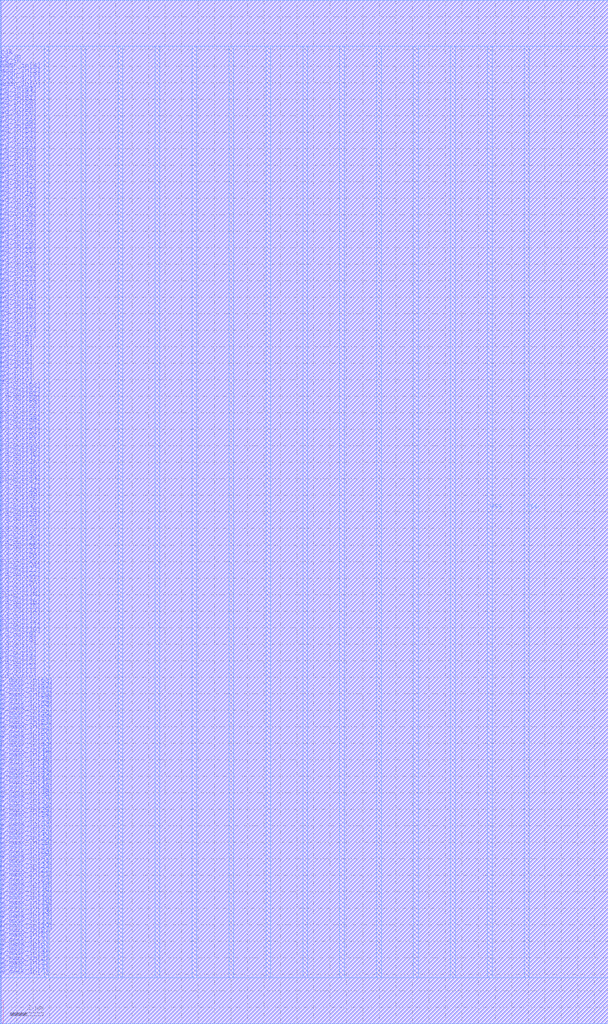
<source format=lef>
VERSION 5.7 ;
BUSBITCHARS "[]" ;
MACRO fakeram45_32x64
  FOREIGN fakeram45_32x64 0 0 ;
  SYMMETRY X Y R90 ;
  SIZE 0.19 BY 1.4 ;
  CLASS BLOCK ;
  PIN w_mask_in[0]
    DIRECTION INPUT ;
    USE SIGNAL ;
    SHAPE ABUTMENT ;
    PORT
      LAYER metal3 ;
      RECT 0.000 2.800 0.070 2.870 ;
    END
  END w_mask_in[0]
  PIN w_mask_in[1]
    DIRECTION INPUT ;
    USE SIGNAL ;
    SHAPE ABUTMENT ;
    PORT
      LAYER metal3 ;
      RECT 0.000 3.080 0.070 3.150 ;
    END
  END w_mask_in[1]
  PIN w_mask_in[2]
    DIRECTION INPUT ;
    USE SIGNAL ;
    SHAPE ABUTMENT ;
    PORT
      LAYER metal3 ;
      RECT 0.000 3.360 0.070 3.430 ;
    END
  END w_mask_in[2]
  PIN w_mask_in[3]
    DIRECTION INPUT ;
    USE SIGNAL ;
    SHAPE ABUTMENT ;
    PORT
      LAYER metal3 ;
      RECT 0.000 3.640 0.070 3.710 ;
    END
  END w_mask_in[3]
  PIN w_mask_in[4]
    DIRECTION INPUT ;
    USE SIGNAL ;
    SHAPE ABUTMENT ;
    PORT
      LAYER metal3 ;
      RECT 0.000 3.920 0.070 3.990 ;
    END
  END w_mask_in[4]
  PIN w_mask_in[5]
    DIRECTION INPUT ;
    USE SIGNAL ;
    SHAPE ABUTMENT ;
    PORT
      LAYER metal3 ;
      RECT 0.000 4.200 0.070 4.270 ;
    END
  END w_mask_in[5]
  PIN w_mask_in[6]
    DIRECTION INPUT ;
    USE SIGNAL ;
    SHAPE ABUTMENT ;
    PORT
      LAYER metal3 ;
      RECT 0.000 4.480 0.070 4.550 ;
    END
  END w_mask_in[6]
  PIN w_mask_in[7]
    DIRECTION INPUT ;
    USE SIGNAL ;
    SHAPE ABUTMENT ;
    PORT
      LAYER metal3 ;
      RECT 0.000 4.760 0.070 4.830 ;
    END
  END w_mask_in[7]
  PIN w_mask_in[8]
    DIRECTION INPUT ;
    USE SIGNAL ;
    SHAPE ABUTMENT ;
    PORT
      LAYER metal3 ;
      RECT 0.000 5.040 0.070 5.110 ;
    END
  END w_mask_in[8]
  PIN w_mask_in[9]
    DIRECTION INPUT ;
    USE SIGNAL ;
    SHAPE ABUTMENT ;
    PORT
      LAYER metal3 ;
      RECT 0.000 5.320 0.070 5.390 ;
    END
  END w_mask_in[9]
  PIN w_mask_in[10]
    DIRECTION INPUT ;
    USE SIGNAL ;
    SHAPE ABUTMENT ;
    PORT
      LAYER metal3 ;
      RECT 0.000 5.600 0.070 5.670 ;
    END
  END w_mask_in[10]
  PIN w_mask_in[11]
    DIRECTION INPUT ;
    USE SIGNAL ;
    SHAPE ABUTMENT ;
    PORT
      LAYER metal3 ;
      RECT 0.000 5.880 0.070 5.950 ;
    END
  END w_mask_in[11]
  PIN w_mask_in[12]
    DIRECTION INPUT ;
    USE SIGNAL ;
    SHAPE ABUTMENT ;
    PORT
      LAYER metal3 ;
      RECT 0.000 6.160 0.070 6.230 ;
    END
  END w_mask_in[12]
  PIN w_mask_in[13]
    DIRECTION INPUT ;
    USE SIGNAL ;
    SHAPE ABUTMENT ;
    PORT
      LAYER metal3 ;
      RECT 0.000 6.440 0.070 6.510 ;
    END
  END w_mask_in[13]
  PIN w_mask_in[14]
    DIRECTION INPUT ;
    USE SIGNAL ;
    SHAPE ABUTMENT ;
    PORT
      LAYER metal3 ;
      RECT 0.000 6.720 0.070 6.790 ;
    END
  END w_mask_in[14]
  PIN w_mask_in[15]
    DIRECTION INPUT ;
    USE SIGNAL ;
    SHAPE ABUTMENT ;
    PORT
      LAYER metal3 ;
      RECT 0.000 7.000 0.070 7.070 ;
    END
  END w_mask_in[15]
  PIN w_mask_in[16]
    DIRECTION INPUT ;
    USE SIGNAL ;
    SHAPE ABUTMENT ;
    PORT
      LAYER metal3 ;
      RECT 0.000 7.280 0.070 7.350 ;
    END
  END w_mask_in[16]
  PIN w_mask_in[17]
    DIRECTION INPUT ;
    USE SIGNAL ;
    SHAPE ABUTMENT ;
    PORT
      LAYER metal3 ;
      RECT 0.000 7.560 0.070 7.630 ;
    END
  END w_mask_in[17]
  PIN w_mask_in[18]
    DIRECTION INPUT ;
    USE SIGNAL ;
    SHAPE ABUTMENT ;
    PORT
      LAYER metal3 ;
      RECT 0.000 7.840 0.070 7.910 ;
    END
  END w_mask_in[18]
  PIN w_mask_in[19]
    DIRECTION INPUT ;
    USE SIGNAL ;
    SHAPE ABUTMENT ;
    PORT
      LAYER metal3 ;
      RECT 0.000 8.120 0.070 8.190 ;
    END
  END w_mask_in[19]
  PIN w_mask_in[20]
    DIRECTION INPUT ;
    USE SIGNAL ;
    SHAPE ABUTMENT ;
    PORT
      LAYER metal3 ;
      RECT 0.000 8.400 0.070 8.470 ;
    END
  END w_mask_in[20]
  PIN w_mask_in[21]
    DIRECTION INPUT ;
    USE SIGNAL ;
    SHAPE ABUTMENT ;
    PORT
      LAYER metal3 ;
      RECT 0.000 8.680 0.070 8.750 ;
    END
  END w_mask_in[21]
  PIN w_mask_in[22]
    DIRECTION INPUT ;
    USE SIGNAL ;
    SHAPE ABUTMENT ;
    PORT
      LAYER metal3 ;
      RECT 0.000 8.960 0.070 9.030 ;
    END
  END w_mask_in[22]
  PIN w_mask_in[23]
    DIRECTION INPUT ;
    USE SIGNAL ;
    SHAPE ABUTMENT ;
    PORT
      LAYER metal3 ;
      RECT 0.000 9.240 0.070 9.310 ;
    END
  END w_mask_in[23]
  PIN w_mask_in[24]
    DIRECTION INPUT ;
    USE SIGNAL ;
    SHAPE ABUTMENT ;
    PORT
      LAYER metal3 ;
      RECT 0.000 9.520 0.070 9.590 ;
    END
  END w_mask_in[24]
  PIN w_mask_in[25]
    DIRECTION INPUT ;
    USE SIGNAL ;
    SHAPE ABUTMENT ;
    PORT
      LAYER metal3 ;
      RECT 0.000 9.800 0.070 9.870 ;
    END
  END w_mask_in[25]
  PIN w_mask_in[26]
    DIRECTION INPUT ;
    USE SIGNAL ;
    SHAPE ABUTMENT ;
    PORT
      LAYER metal3 ;
      RECT 0.000 10.080 0.070 10.150 ;
    END
  END w_mask_in[26]
  PIN w_mask_in[27]
    DIRECTION INPUT ;
    USE SIGNAL ;
    SHAPE ABUTMENT ;
    PORT
      LAYER metal3 ;
      RECT 0.000 10.360 0.070 10.430 ;
    END
  END w_mask_in[27]
  PIN w_mask_in[28]
    DIRECTION INPUT ;
    USE SIGNAL ;
    SHAPE ABUTMENT ;
    PORT
      LAYER metal3 ;
      RECT 0.000 10.640 0.070 10.710 ;
    END
  END w_mask_in[28]
  PIN w_mask_in[29]
    DIRECTION INPUT ;
    USE SIGNAL ;
    SHAPE ABUTMENT ;
    PORT
      LAYER metal3 ;
      RECT 0.000 10.920 0.070 10.990 ;
    END
  END w_mask_in[29]
  PIN w_mask_in[30]
    DIRECTION INPUT ;
    USE SIGNAL ;
    SHAPE ABUTMENT ;
    PORT
      LAYER metal3 ;
      RECT 0.000 11.200 0.070 11.270 ;
    END
  END w_mask_in[30]
  PIN w_mask_in[31]
    DIRECTION INPUT ;
    USE SIGNAL ;
    SHAPE ABUTMENT ;
    PORT
      LAYER metal3 ;
      RECT 0.000 11.480 0.070 11.550 ;
    END
  END w_mask_in[31]
  PIN w_mask_in[32]
    DIRECTION INPUT ;
    USE SIGNAL ;
    SHAPE ABUTMENT ;
    PORT
      LAYER metal3 ;
      RECT 0.000 11.760 0.070 11.830 ;
    END
  END w_mask_in[32]
  PIN w_mask_in[33]
    DIRECTION INPUT ;
    USE SIGNAL ;
    SHAPE ABUTMENT ;
    PORT
      LAYER metal3 ;
      RECT 0.000 12.040 0.070 12.110 ;
    END
  END w_mask_in[33]
  PIN w_mask_in[34]
    DIRECTION INPUT ;
    USE SIGNAL ;
    SHAPE ABUTMENT ;
    PORT
      LAYER metal3 ;
      RECT 0.000 12.320 0.070 12.390 ;
    END
  END w_mask_in[34]
  PIN w_mask_in[35]
    DIRECTION INPUT ;
    USE SIGNAL ;
    SHAPE ABUTMENT ;
    PORT
      LAYER metal3 ;
      RECT 0.000 12.600 0.070 12.670 ;
    END
  END w_mask_in[35]
  PIN w_mask_in[36]
    DIRECTION INPUT ;
    USE SIGNAL ;
    SHAPE ABUTMENT ;
    PORT
      LAYER metal3 ;
      RECT 0.000 12.880 0.070 12.950 ;
    END
  END w_mask_in[36]
  PIN w_mask_in[37]
    DIRECTION INPUT ;
    USE SIGNAL ;
    SHAPE ABUTMENT ;
    PORT
      LAYER metal3 ;
      RECT 0.000 13.160 0.070 13.230 ;
    END
  END w_mask_in[37]
  PIN w_mask_in[38]
    DIRECTION INPUT ;
    USE SIGNAL ;
    SHAPE ABUTMENT ;
    PORT
      LAYER metal3 ;
      RECT 0.000 13.440 0.070 13.510 ;
    END
  END w_mask_in[38]
  PIN w_mask_in[39]
    DIRECTION INPUT ;
    USE SIGNAL ;
    SHAPE ABUTMENT ;
    PORT
      LAYER metal3 ;
      RECT 0.000 13.720 0.070 13.790 ;
    END
  END w_mask_in[39]
  PIN w_mask_in[40]
    DIRECTION INPUT ;
    USE SIGNAL ;
    SHAPE ABUTMENT ;
    PORT
      LAYER metal3 ;
      RECT 0.000 14.000 0.070 14.070 ;
    END
  END w_mask_in[40]
  PIN w_mask_in[41]
    DIRECTION INPUT ;
    USE SIGNAL ;
    SHAPE ABUTMENT ;
    PORT
      LAYER metal3 ;
      RECT 0.000 14.280 0.070 14.350 ;
    END
  END w_mask_in[41]
  PIN w_mask_in[42]
    DIRECTION INPUT ;
    USE SIGNAL ;
    SHAPE ABUTMENT ;
    PORT
      LAYER metal3 ;
      RECT 0.000 14.560 0.070 14.630 ;
    END
  END w_mask_in[42]
  PIN w_mask_in[43]
    DIRECTION INPUT ;
    USE SIGNAL ;
    SHAPE ABUTMENT ;
    PORT
      LAYER metal3 ;
      RECT 0.000 14.840 0.070 14.910 ;
    END
  END w_mask_in[43]
  PIN w_mask_in[44]
    DIRECTION INPUT ;
    USE SIGNAL ;
    SHAPE ABUTMENT ;
    PORT
      LAYER metal3 ;
      RECT 0.000 15.120 0.070 15.190 ;
    END
  END w_mask_in[44]
  PIN w_mask_in[45]
    DIRECTION INPUT ;
    USE SIGNAL ;
    SHAPE ABUTMENT ;
    PORT
      LAYER metal3 ;
      RECT 0.000 15.400 0.070 15.470 ;
    END
  END w_mask_in[45]
  PIN w_mask_in[46]
    DIRECTION INPUT ;
    USE SIGNAL ;
    SHAPE ABUTMENT ;
    PORT
      LAYER metal3 ;
      RECT 0.000 15.680 0.070 15.750 ;
    END
  END w_mask_in[46]
  PIN w_mask_in[47]
    DIRECTION INPUT ;
    USE SIGNAL ;
    SHAPE ABUTMENT ;
    PORT
      LAYER metal3 ;
      RECT 0.000 15.960 0.070 16.030 ;
    END
  END w_mask_in[47]
  PIN w_mask_in[48]
    DIRECTION INPUT ;
    USE SIGNAL ;
    SHAPE ABUTMENT ;
    PORT
      LAYER metal3 ;
      RECT 0.000 16.240 0.070 16.310 ;
    END
  END w_mask_in[48]
  PIN w_mask_in[49]
    DIRECTION INPUT ;
    USE SIGNAL ;
    SHAPE ABUTMENT ;
    PORT
      LAYER metal3 ;
      RECT 0.000 16.520 0.070 16.590 ;
    END
  END w_mask_in[49]
  PIN w_mask_in[50]
    DIRECTION INPUT ;
    USE SIGNAL ;
    SHAPE ABUTMENT ;
    PORT
      LAYER metal3 ;
      RECT 0.000 16.800 0.070 16.870 ;
    END
  END w_mask_in[50]
  PIN w_mask_in[51]
    DIRECTION INPUT ;
    USE SIGNAL ;
    SHAPE ABUTMENT ;
    PORT
      LAYER metal3 ;
      RECT 0.000 17.080 0.070 17.150 ;
    END
  END w_mask_in[51]
  PIN w_mask_in[52]
    DIRECTION INPUT ;
    USE SIGNAL ;
    SHAPE ABUTMENT ;
    PORT
      LAYER metal3 ;
      RECT 0.000 17.360 0.070 17.430 ;
    END
  END w_mask_in[52]
  PIN w_mask_in[53]
    DIRECTION INPUT ;
    USE SIGNAL ;
    SHAPE ABUTMENT ;
    PORT
      LAYER metal3 ;
      RECT 0.000 17.640 0.070 17.710 ;
    END
  END w_mask_in[53]
  PIN w_mask_in[54]
    DIRECTION INPUT ;
    USE SIGNAL ;
    SHAPE ABUTMENT ;
    PORT
      LAYER metal3 ;
      RECT 0.000 17.920 0.070 17.990 ;
    END
  END w_mask_in[54]
  PIN w_mask_in[55]
    DIRECTION INPUT ;
    USE SIGNAL ;
    SHAPE ABUTMENT ;
    PORT
      LAYER metal3 ;
      RECT 0.000 18.200 0.070 18.270 ;
    END
  END w_mask_in[55]
  PIN w_mask_in[56]
    DIRECTION INPUT ;
    USE SIGNAL ;
    SHAPE ABUTMENT ;
    PORT
      LAYER metal3 ;
      RECT 0.000 18.480 0.070 18.550 ;
    END
  END w_mask_in[56]
  PIN w_mask_in[57]
    DIRECTION INPUT ;
    USE SIGNAL ;
    SHAPE ABUTMENT ;
    PORT
      LAYER metal3 ;
      RECT 0.000 18.760 0.070 18.830 ;
    END
  END w_mask_in[57]
  PIN w_mask_in[58]
    DIRECTION INPUT ;
    USE SIGNAL ;
    SHAPE ABUTMENT ;
    PORT
      LAYER metal3 ;
      RECT 0.000 19.040 0.070 19.110 ;
    END
  END w_mask_in[58]
  PIN w_mask_in[59]
    DIRECTION INPUT ;
    USE SIGNAL ;
    SHAPE ABUTMENT ;
    PORT
      LAYER metal3 ;
      RECT 0.000 19.320 0.070 19.390 ;
    END
  END w_mask_in[59]
  PIN w_mask_in[60]
    DIRECTION INPUT ;
    USE SIGNAL ;
    SHAPE ABUTMENT ;
    PORT
      LAYER metal3 ;
      RECT 0.000 19.600 0.070 19.670 ;
    END
  END w_mask_in[60]
  PIN w_mask_in[61]
    DIRECTION INPUT ;
    USE SIGNAL ;
    SHAPE ABUTMENT ;
    PORT
      LAYER metal3 ;
      RECT 0.000 19.880 0.070 19.950 ;
    END
  END w_mask_in[61]
  PIN w_mask_in[62]
    DIRECTION INPUT ;
    USE SIGNAL ;
    SHAPE ABUTMENT ;
    PORT
      LAYER metal3 ;
      RECT 0.000 20.160 0.070 20.230 ;
    END
  END w_mask_in[62]
  PIN w_mask_in[63]
    DIRECTION INPUT ;
    USE SIGNAL ;
    SHAPE ABUTMENT ;
    PORT
      LAYER metal3 ;
      RECT 0.000 20.440 0.070 20.510 ;
    END
  END w_mask_in[63]
  PIN rd_out[0]
    DIRECTION OUTPUT ;
    USE SIGNAL ;
    SHAPE ABUTMENT ;
    PORT
      LAYER metal3 ;
      RECT 0.000 20.720 0.070 20.790 ;
    END
  END rd_out[0]
  PIN rd_out[1]
    DIRECTION OUTPUT ;
    USE SIGNAL ;
    SHAPE ABUTMENT ;
    PORT
      LAYER metal3 ;
      RECT 0.000 21.000 0.070 21.070 ;
    END
  END rd_out[1]
  PIN rd_out[2]
    DIRECTION OUTPUT ;
    USE SIGNAL ;
    SHAPE ABUTMENT ;
    PORT
      LAYER metal3 ;
      RECT 0.000 21.280 0.070 21.350 ;
    END
  END rd_out[2]
  PIN rd_out[3]
    DIRECTION OUTPUT ;
    USE SIGNAL ;
    SHAPE ABUTMENT ;
    PORT
      LAYER metal3 ;
      RECT 0.000 21.560 0.070 21.630 ;
    END
  END rd_out[3]
  PIN rd_out[4]
    DIRECTION OUTPUT ;
    USE SIGNAL ;
    SHAPE ABUTMENT ;
    PORT
      LAYER metal3 ;
      RECT 0.000 21.840 0.070 21.910 ;
    END
  END rd_out[4]
  PIN rd_out[5]
    DIRECTION OUTPUT ;
    USE SIGNAL ;
    SHAPE ABUTMENT ;
    PORT
      LAYER metal3 ;
      RECT 0.000 22.120 0.070 22.190 ;
    END
  END rd_out[5]
  PIN rd_out[6]
    DIRECTION OUTPUT ;
    USE SIGNAL ;
    SHAPE ABUTMENT ;
    PORT
      LAYER metal3 ;
      RECT 0.000 22.400 0.070 22.470 ;
    END
  END rd_out[6]
  PIN rd_out[7]
    DIRECTION OUTPUT ;
    USE SIGNAL ;
    SHAPE ABUTMENT ;
    PORT
      LAYER metal3 ;
      RECT 0.000 22.680 0.070 22.750 ;
    END
  END rd_out[7]
  PIN rd_out[8]
    DIRECTION OUTPUT ;
    USE SIGNAL ;
    SHAPE ABUTMENT ;
    PORT
      LAYER metal3 ;
      RECT 0.000 22.960 0.070 23.030 ;
    END
  END rd_out[8]
  PIN rd_out[9]
    DIRECTION OUTPUT ;
    USE SIGNAL ;
    SHAPE ABUTMENT ;
    PORT
      LAYER metal3 ;
      RECT 0.000 23.240 0.070 23.310 ;
    END
  END rd_out[9]
  PIN rd_out[10]
    DIRECTION OUTPUT ;
    USE SIGNAL ;
    SHAPE ABUTMENT ;
    PORT
      LAYER metal3 ;
      RECT 0.000 23.520 0.070 23.590 ;
    END
  END rd_out[10]
  PIN rd_out[11]
    DIRECTION OUTPUT ;
    USE SIGNAL ;
    SHAPE ABUTMENT ;
    PORT
      LAYER metal3 ;
      RECT 0.000 23.800 0.070 23.870 ;
    END
  END rd_out[11]
  PIN rd_out[12]
    DIRECTION OUTPUT ;
    USE SIGNAL ;
    SHAPE ABUTMENT ;
    PORT
      LAYER metal3 ;
      RECT 0.000 24.080 0.070 24.150 ;
    END
  END rd_out[12]
  PIN rd_out[13]
    DIRECTION OUTPUT ;
    USE SIGNAL ;
    SHAPE ABUTMENT ;
    PORT
      LAYER metal3 ;
      RECT 0.000 24.360 0.070 24.430 ;
    END
  END rd_out[13]
  PIN rd_out[14]
    DIRECTION OUTPUT ;
    USE SIGNAL ;
    SHAPE ABUTMENT ;
    PORT
      LAYER metal3 ;
      RECT 0.000 24.640 0.070 24.710 ;
    END
  END rd_out[14]
  PIN rd_out[15]
    DIRECTION OUTPUT ;
    USE SIGNAL ;
    SHAPE ABUTMENT ;
    PORT
      LAYER metal3 ;
      RECT 0.000 24.920 0.070 24.990 ;
    END
  END rd_out[15]
  PIN rd_out[16]
    DIRECTION OUTPUT ;
    USE SIGNAL ;
    SHAPE ABUTMENT ;
    PORT
      LAYER metal3 ;
      RECT 0.000 25.200 0.070 25.270 ;
    END
  END rd_out[16]
  PIN rd_out[17]
    DIRECTION OUTPUT ;
    USE SIGNAL ;
    SHAPE ABUTMENT ;
    PORT
      LAYER metal3 ;
      RECT 0.000 25.480 0.070 25.550 ;
    END
  END rd_out[17]
  PIN rd_out[18]
    DIRECTION OUTPUT ;
    USE SIGNAL ;
    SHAPE ABUTMENT ;
    PORT
      LAYER metal3 ;
      RECT 0.000 25.760 0.070 25.830 ;
    END
  END rd_out[18]
  PIN rd_out[19]
    DIRECTION OUTPUT ;
    USE SIGNAL ;
    SHAPE ABUTMENT ;
    PORT
      LAYER metal3 ;
      RECT 0.000 26.040 0.070 26.110 ;
    END
  END rd_out[19]
  PIN rd_out[20]
    DIRECTION OUTPUT ;
    USE SIGNAL ;
    SHAPE ABUTMENT ;
    PORT
      LAYER metal3 ;
      RECT 0.000 26.320 0.070 26.390 ;
    END
  END rd_out[20]
  PIN rd_out[21]
    DIRECTION OUTPUT ;
    USE SIGNAL ;
    SHAPE ABUTMENT ;
    PORT
      LAYER metal3 ;
      RECT 0.000 26.600 0.070 26.670 ;
    END
  END rd_out[21]
  PIN rd_out[22]
    DIRECTION OUTPUT ;
    USE SIGNAL ;
    SHAPE ABUTMENT ;
    PORT
      LAYER metal3 ;
      RECT 0.000 26.880 0.070 26.950 ;
    END
  END rd_out[22]
  PIN rd_out[23]
    DIRECTION OUTPUT ;
    USE SIGNAL ;
    SHAPE ABUTMENT ;
    PORT
      LAYER metal3 ;
      RECT 0.000 27.160 0.070 27.230 ;
    END
  END rd_out[23]
  PIN rd_out[24]
    DIRECTION OUTPUT ;
    USE SIGNAL ;
    SHAPE ABUTMENT ;
    PORT
      LAYER metal3 ;
      RECT 0.000 27.440 0.070 27.510 ;
    END
  END rd_out[24]
  PIN rd_out[25]
    DIRECTION OUTPUT ;
    USE SIGNAL ;
    SHAPE ABUTMENT ;
    PORT
      LAYER metal3 ;
      RECT 0.000 27.720 0.070 27.790 ;
    END
  END rd_out[25]
  PIN rd_out[26]
    DIRECTION OUTPUT ;
    USE SIGNAL ;
    SHAPE ABUTMENT ;
    PORT
      LAYER metal3 ;
      RECT 0.000 28.000 0.070 28.070 ;
    END
  END rd_out[26]
  PIN rd_out[27]
    DIRECTION OUTPUT ;
    USE SIGNAL ;
    SHAPE ABUTMENT ;
    PORT
      LAYER metal3 ;
      RECT 0.000 28.280 0.070 28.350 ;
    END
  END rd_out[27]
  PIN rd_out[28]
    DIRECTION OUTPUT ;
    USE SIGNAL ;
    SHAPE ABUTMENT ;
    PORT
      LAYER metal3 ;
      RECT 0.000 28.560 0.070 28.630 ;
    END
  END rd_out[28]
  PIN rd_out[29]
    DIRECTION OUTPUT ;
    USE SIGNAL ;
    SHAPE ABUTMENT ;
    PORT
      LAYER metal3 ;
      RECT 0.000 28.840 0.070 28.910 ;
    END
  END rd_out[29]
  PIN rd_out[30]
    DIRECTION OUTPUT ;
    USE SIGNAL ;
    SHAPE ABUTMENT ;
    PORT
      LAYER metal3 ;
      RECT 0.000 29.120 0.070 29.190 ;
    END
  END rd_out[30]
  PIN rd_out[31]
    DIRECTION OUTPUT ;
    USE SIGNAL ;
    SHAPE ABUTMENT ;
    PORT
      LAYER metal3 ;
      RECT 0.000 29.400 0.070 29.470 ;
    END
  END rd_out[31]
  PIN rd_out[32]
    DIRECTION OUTPUT ;
    USE SIGNAL ;
    SHAPE ABUTMENT ;
    PORT
      LAYER metal3 ;
      RECT 0.000 29.680 0.070 29.750 ;
    END
  END rd_out[32]
  PIN rd_out[33]
    DIRECTION OUTPUT ;
    USE SIGNAL ;
    SHAPE ABUTMENT ;
    PORT
      LAYER metal3 ;
      RECT 0.000 29.960 0.070 30.030 ;
    END
  END rd_out[33]
  PIN rd_out[34]
    DIRECTION OUTPUT ;
    USE SIGNAL ;
    SHAPE ABUTMENT ;
    PORT
      LAYER metal3 ;
      RECT 0.000 30.240 0.070 30.310 ;
    END
  END rd_out[34]
  PIN rd_out[35]
    DIRECTION OUTPUT ;
    USE SIGNAL ;
    SHAPE ABUTMENT ;
    PORT
      LAYER metal3 ;
      RECT 0.000 30.520 0.070 30.590 ;
    END
  END rd_out[35]
  PIN rd_out[36]
    DIRECTION OUTPUT ;
    USE SIGNAL ;
    SHAPE ABUTMENT ;
    PORT
      LAYER metal3 ;
      RECT 0.000 30.800 0.070 30.870 ;
    END
  END rd_out[36]
  PIN rd_out[37]
    DIRECTION OUTPUT ;
    USE SIGNAL ;
    SHAPE ABUTMENT ;
    PORT
      LAYER metal3 ;
      RECT 0.000 31.080 0.070 31.150 ;
    END
  END rd_out[37]
  PIN rd_out[38]
    DIRECTION OUTPUT ;
    USE SIGNAL ;
    SHAPE ABUTMENT ;
    PORT
      LAYER metal3 ;
      RECT 0.000 31.360 0.070 31.430 ;
    END
  END rd_out[38]
  PIN rd_out[39]
    DIRECTION OUTPUT ;
    USE SIGNAL ;
    SHAPE ABUTMENT ;
    PORT
      LAYER metal3 ;
      RECT 0.000 31.640 0.070 31.710 ;
    END
  END rd_out[39]
  PIN rd_out[40]
    DIRECTION OUTPUT ;
    USE SIGNAL ;
    SHAPE ABUTMENT ;
    PORT
      LAYER metal3 ;
      RECT 0.000 31.920 0.070 31.990 ;
    END
  END rd_out[40]
  PIN rd_out[41]
    DIRECTION OUTPUT ;
    USE SIGNAL ;
    SHAPE ABUTMENT ;
    PORT
      LAYER metal3 ;
      RECT 0.000 32.200 0.070 32.270 ;
    END
  END rd_out[41]
  PIN rd_out[42]
    DIRECTION OUTPUT ;
    USE SIGNAL ;
    SHAPE ABUTMENT ;
    PORT
      LAYER metal3 ;
      RECT 0.000 32.480 0.070 32.550 ;
    END
  END rd_out[42]
  PIN rd_out[43]
    DIRECTION OUTPUT ;
    USE SIGNAL ;
    SHAPE ABUTMENT ;
    PORT
      LAYER metal3 ;
      RECT 0.000 32.760 0.070 32.830 ;
    END
  END rd_out[43]
  PIN rd_out[44]
    DIRECTION OUTPUT ;
    USE SIGNAL ;
    SHAPE ABUTMENT ;
    PORT
      LAYER metal3 ;
      RECT 0.000 33.040 0.070 33.110 ;
    END
  END rd_out[44]
  PIN rd_out[45]
    DIRECTION OUTPUT ;
    USE SIGNAL ;
    SHAPE ABUTMENT ;
    PORT
      LAYER metal3 ;
      RECT 0.000 33.320 0.070 33.390 ;
    END
  END rd_out[45]
  PIN rd_out[46]
    DIRECTION OUTPUT ;
    USE SIGNAL ;
    SHAPE ABUTMENT ;
    PORT
      LAYER metal3 ;
      RECT 0.000 33.600 0.070 33.670 ;
    END
  END rd_out[46]
  PIN rd_out[47]
    DIRECTION OUTPUT ;
    USE SIGNAL ;
    SHAPE ABUTMENT ;
    PORT
      LAYER metal3 ;
      RECT 0.000 33.880 0.070 33.950 ;
    END
  END rd_out[47]
  PIN rd_out[48]
    DIRECTION OUTPUT ;
    USE SIGNAL ;
    SHAPE ABUTMENT ;
    PORT
      LAYER metal3 ;
      RECT 0.000 34.160 0.070 34.230 ;
    END
  END rd_out[48]
  PIN rd_out[49]
    DIRECTION OUTPUT ;
    USE SIGNAL ;
    SHAPE ABUTMENT ;
    PORT
      LAYER metal3 ;
      RECT 0.000 34.440 0.070 34.510 ;
    END
  END rd_out[49]
  PIN rd_out[50]
    DIRECTION OUTPUT ;
    USE SIGNAL ;
    SHAPE ABUTMENT ;
    PORT
      LAYER metal3 ;
      RECT 0.000 34.720 0.070 34.790 ;
    END
  END rd_out[50]
  PIN rd_out[51]
    DIRECTION OUTPUT ;
    USE SIGNAL ;
    SHAPE ABUTMENT ;
    PORT
      LAYER metal3 ;
      RECT 0.000 35.000 0.070 35.070 ;
    END
  END rd_out[51]
  PIN rd_out[52]
    DIRECTION OUTPUT ;
    USE SIGNAL ;
    SHAPE ABUTMENT ;
    PORT
      LAYER metal3 ;
      RECT 0.000 35.280 0.070 35.350 ;
    END
  END rd_out[52]
  PIN rd_out[53]
    DIRECTION OUTPUT ;
    USE SIGNAL ;
    SHAPE ABUTMENT ;
    PORT
      LAYER metal3 ;
      RECT 0.000 35.560 0.070 35.630 ;
    END
  END rd_out[53]
  PIN rd_out[54]
    DIRECTION OUTPUT ;
    USE SIGNAL ;
    SHAPE ABUTMENT ;
    PORT
      LAYER metal3 ;
      RECT 0.000 35.840 0.070 35.910 ;
    END
  END rd_out[54]
  PIN rd_out[55]
    DIRECTION OUTPUT ;
    USE SIGNAL ;
    SHAPE ABUTMENT ;
    PORT
      LAYER metal3 ;
      RECT 0.000 36.120 0.070 36.190 ;
    END
  END rd_out[55]
  PIN rd_out[56]
    DIRECTION OUTPUT ;
    USE SIGNAL ;
    SHAPE ABUTMENT ;
    PORT
      LAYER metal3 ;
      RECT 0.000 36.400 0.070 36.470 ;
    END
  END rd_out[56]
  PIN rd_out[57]
    DIRECTION OUTPUT ;
    USE SIGNAL ;
    SHAPE ABUTMENT ;
    PORT
      LAYER metal3 ;
      RECT 0.000 36.680 0.070 36.750 ;
    END
  END rd_out[57]
  PIN rd_out[58]
    DIRECTION OUTPUT ;
    USE SIGNAL ;
    SHAPE ABUTMENT ;
    PORT
      LAYER metal3 ;
      RECT 0.000 36.960 0.070 37.030 ;
    END
  END rd_out[58]
  PIN rd_out[59]
    DIRECTION OUTPUT ;
    USE SIGNAL ;
    SHAPE ABUTMENT ;
    PORT
      LAYER metal3 ;
      RECT 0.000 37.240 0.070 37.310 ;
    END
  END rd_out[59]
  PIN rd_out[60]
    DIRECTION OUTPUT ;
    USE SIGNAL ;
    SHAPE ABUTMENT ;
    PORT
      LAYER metal3 ;
      RECT 0.000 37.520 0.070 37.590 ;
    END
  END rd_out[60]
  PIN rd_out[61]
    DIRECTION OUTPUT ;
    USE SIGNAL ;
    SHAPE ABUTMENT ;
    PORT
      LAYER metal3 ;
      RECT 0.000 37.800 0.070 37.870 ;
    END
  END rd_out[61]
  PIN rd_out[62]
    DIRECTION OUTPUT ;
    USE SIGNAL ;
    SHAPE ABUTMENT ;
    PORT
      LAYER metal3 ;
      RECT 0.000 38.080 0.070 38.150 ;
    END
  END rd_out[62]
  PIN rd_out[63]
    DIRECTION OUTPUT ;
    USE SIGNAL ;
    SHAPE ABUTMENT ;
    PORT
      LAYER metal3 ;
      RECT 0.000 38.360 0.070 38.430 ;
    END
  END rd_out[63]
  PIN wd_in[0]
    DIRECTION INPUT ;
    USE SIGNAL ;
    SHAPE ABUTMENT ;
    PORT
      LAYER metal3 ;
      RECT 0.000 38.640 0.070 38.710 ;
    END
  END wd_in[0]
  PIN wd_in[1]
    DIRECTION INPUT ;
    USE SIGNAL ;
    SHAPE ABUTMENT ;
    PORT
      LAYER metal3 ;
      RECT 0.000 38.920 0.070 38.990 ;
    END
  END wd_in[1]
  PIN wd_in[2]
    DIRECTION INPUT ;
    USE SIGNAL ;
    SHAPE ABUTMENT ;
    PORT
      LAYER metal3 ;
      RECT 0.000 39.200 0.070 39.270 ;
    END
  END wd_in[2]
  PIN wd_in[3]
    DIRECTION INPUT ;
    USE SIGNAL ;
    SHAPE ABUTMENT ;
    PORT
      LAYER metal3 ;
      RECT 0.000 39.480 0.070 39.550 ;
    END
  END wd_in[3]
  PIN wd_in[4]
    DIRECTION INPUT ;
    USE SIGNAL ;
    SHAPE ABUTMENT ;
    PORT
      LAYER metal3 ;
      RECT 0.000 39.760 0.070 39.830 ;
    END
  END wd_in[4]
  PIN wd_in[5]
    DIRECTION INPUT ;
    USE SIGNAL ;
    SHAPE ABUTMENT ;
    PORT
      LAYER metal3 ;
      RECT 0.000 40.040 0.070 40.110 ;
    END
  END wd_in[5]
  PIN wd_in[6]
    DIRECTION INPUT ;
    USE SIGNAL ;
    SHAPE ABUTMENT ;
    PORT
      LAYER metal3 ;
      RECT 0.000 40.320 0.070 40.390 ;
    END
  END wd_in[6]
  PIN wd_in[7]
    DIRECTION INPUT ;
    USE SIGNAL ;
    SHAPE ABUTMENT ;
    PORT
      LAYER metal3 ;
      RECT 0.000 40.600 0.070 40.670 ;
    END
  END wd_in[7]
  PIN wd_in[8]
    DIRECTION INPUT ;
    USE SIGNAL ;
    SHAPE ABUTMENT ;
    PORT
      LAYER metal3 ;
      RECT 0.000 40.880 0.070 40.950 ;
    END
  END wd_in[8]
  PIN wd_in[9]
    DIRECTION INPUT ;
    USE SIGNAL ;
    SHAPE ABUTMENT ;
    PORT
      LAYER metal3 ;
      RECT 0.000 41.160 0.070 41.230 ;
    END
  END wd_in[9]
  PIN wd_in[10]
    DIRECTION INPUT ;
    USE SIGNAL ;
    SHAPE ABUTMENT ;
    PORT
      LAYER metal3 ;
      RECT 0.000 41.440 0.070 41.510 ;
    END
  END wd_in[10]
  PIN wd_in[11]
    DIRECTION INPUT ;
    USE SIGNAL ;
    SHAPE ABUTMENT ;
    PORT
      LAYER metal3 ;
      RECT 0.000 41.720 0.070 41.790 ;
    END
  END wd_in[11]
  PIN wd_in[12]
    DIRECTION INPUT ;
    USE SIGNAL ;
    SHAPE ABUTMENT ;
    PORT
      LAYER metal3 ;
      RECT 0.000 42.000 0.070 42.070 ;
    END
  END wd_in[12]
  PIN wd_in[13]
    DIRECTION INPUT ;
    USE SIGNAL ;
    SHAPE ABUTMENT ;
    PORT
      LAYER metal3 ;
      RECT 0.000 42.280 0.070 42.350 ;
    END
  END wd_in[13]
  PIN wd_in[14]
    DIRECTION INPUT ;
    USE SIGNAL ;
    SHAPE ABUTMENT ;
    PORT
      LAYER metal3 ;
      RECT 0.000 42.560 0.070 42.630 ;
    END
  END wd_in[14]
  PIN wd_in[15]
    DIRECTION INPUT ;
    USE SIGNAL ;
    SHAPE ABUTMENT ;
    PORT
      LAYER metal3 ;
      RECT 0.000 42.840 0.070 42.910 ;
    END
  END wd_in[15]
  PIN wd_in[16]
    DIRECTION INPUT ;
    USE SIGNAL ;
    SHAPE ABUTMENT ;
    PORT
      LAYER metal3 ;
      RECT 0.000 43.120 0.070 43.190 ;
    END
  END wd_in[16]
  PIN wd_in[17]
    DIRECTION INPUT ;
    USE SIGNAL ;
    SHAPE ABUTMENT ;
    PORT
      LAYER metal3 ;
      RECT 0.000 43.400 0.070 43.470 ;
    END
  END wd_in[17]
  PIN wd_in[18]
    DIRECTION INPUT ;
    USE SIGNAL ;
    SHAPE ABUTMENT ;
    PORT
      LAYER metal3 ;
      RECT 0.000 43.680 0.070 43.750 ;
    END
  END wd_in[18]
  PIN wd_in[19]
    DIRECTION INPUT ;
    USE SIGNAL ;
    SHAPE ABUTMENT ;
    PORT
      LAYER metal3 ;
      RECT 0.000 43.960 0.070 44.030 ;
    END
  END wd_in[19]
  PIN wd_in[20]
    DIRECTION INPUT ;
    USE SIGNAL ;
    SHAPE ABUTMENT ;
    PORT
      LAYER metal3 ;
      RECT 0.000 44.240 0.070 44.310 ;
    END
  END wd_in[20]
  PIN wd_in[21]
    DIRECTION INPUT ;
    USE SIGNAL ;
    SHAPE ABUTMENT ;
    PORT
      LAYER metal3 ;
      RECT 0.000 44.520 0.070 44.590 ;
    END
  END wd_in[21]
  PIN wd_in[22]
    DIRECTION INPUT ;
    USE SIGNAL ;
    SHAPE ABUTMENT ;
    PORT
      LAYER metal3 ;
      RECT 0.000 44.800 0.070 44.870 ;
    END
  END wd_in[22]
  PIN wd_in[23]
    DIRECTION INPUT ;
    USE SIGNAL ;
    SHAPE ABUTMENT ;
    PORT
      LAYER metal3 ;
      RECT 0.000 45.080 0.070 45.150 ;
    END
  END wd_in[23]
  PIN wd_in[24]
    DIRECTION INPUT ;
    USE SIGNAL ;
    SHAPE ABUTMENT ;
    PORT
      LAYER metal3 ;
      RECT 0.000 45.360 0.070 45.430 ;
    END
  END wd_in[24]
  PIN wd_in[25]
    DIRECTION INPUT ;
    USE SIGNAL ;
    SHAPE ABUTMENT ;
    PORT
      LAYER metal3 ;
      RECT 0.000 45.640 0.070 45.710 ;
    END
  END wd_in[25]
  PIN wd_in[26]
    DIRECTION INPUT ;
    USE SIGNAL ;
    SHAPE ABUTMENT ;
    PORT
      LAYER metal3 ;
      RECT 0.000 45.920 0.070 45.990 ;
    END
  END wd_in[26]
  PIN wd_in[27]
    DIRECTION INPUT ;
    USE SIGNAL ;
    SHAPE ABUTMENT ;
    PORT
      LAYER metal3 ;
      RECT 0.000 46.200 0.070 46.270 ;
    END
  END wd_in[27]
  PIN wd_in[28]
    DIRECTION INPUT ;
    USE SIGNAL ;
    SHAPE ABUTMENT ;
    PORT
      LAYER metal3 ;
      RECT 0.000 46.480 0.070 46.550 ;
    END
  END wd_in[28]
  PIN wd_in[29]
    DIRECTION INPUT ;
    USE SIGNAL ;
    SHAPE ABUTMENT ;
    PORT
      LAYER metal3 ;
      RECT 0.000 46.760 0.070 46.830 ;
    END
  END wd_in[29]
  PIN wd_in[30]
    DIRECTION INPUT ;
    USE SIGNAL ;
    SHAPE ABUTMENT ;
    PORT
      LAYER metal3 ;
      RECT 0.000 47.040 0.070 47.110 ;
    END
  END wd_in[30]
  PIN wd_in[31]
    DIRECTION INPUT ;
    USE SIGNAL ;
    SHAPE ABUTMENT ;
    PORT
      LAYER metal3 ;
      RECT 0.000 47.320 0.070 47.390 ;
    END
  END wd_in[31]
  PIN wd_in[32]
    DIRECTION INPUT ;
    USE SIGNAL ;
    SHAPE ABUTMENT ;
    PORT
      LAYER metal3 ;
      RECT 0.000 47.600 0.070 47.670 ;
    END
  END wd_in[32]
  PIN wd_in[33]
    DIRECTION INPUT ;
    USE SIGNAL ;
    SHAPE ABUTMENT ;
    PORT
      LAYER metal3 ;
      RECT 0.000 47.880 0.070 47.950 ;
    END
  END wd_in[33]
  PIN wd_in[34]
    DIRECTION INPUT ;
    USE SIGNAL ;
    SHAPE ABUTMENT ;
    PORT
      LAYER metal3 ;
      RECT 0.000 48.160 0.070 48.230 ;
    END
  END wd_in[34]
  PIN wd_in[35]
    DIRECTION INPUT ;
    USE SIGNAL ;
    SHAPE ABUTMENT ;
    PORT
      LAYER metal3 ;
      RECT 0.000 48.440 0.070 48.510 ;
    END
  END wd_in[35]
  PIN wd_in[36]
    DIRECTION INPUT ;
    USE SIGNAL ;
    SHAPE ABUTMENT ;
    PORT
      LAYER metal3 ;
      RECT 0.000 48.720 0.070 48.790 ;
    END
  END wd_in[36]
  PIN wd_in[37]
    DIRECTION INPUT ;
    USE SIGNAL ;
    SHAPE ABUTMENT ;
    PORT
      LAYER metal3 ;
      RECT 0.000 49.000 0.070 49.070 ;
    END
  END wd_in[37]
  PIN wd_in[38]
    DIRECTION INPUT ;
    USE SIGNAL ;
    SHAPE ABUTMENT ;
    PORT
      LAYER metal3 ;
      RECT 0.000 49.280 0.070 49.350 ;
    END
  END wd_in[38]
  PIN wd_in[39]
    DIRECTION INPUT ;
    USE SIGNAL ;
    SHAPE ABUTMENT ;
    PORT
      LAYER metal3 ;
      RECT 0.000 49.560 0.070 49.630 ;
    END
  END wd_in[39]
  PIN wd_in[40]
    DIRECTION INPUT ;
    USE SIGNAL ;
    SHAPE ABUTMENT ;
    PORT
      LAYER metal3 ;
      RECT 0.000 49.840 0.070 49.910 ;
    END
  END wd_in[40]
  PIN wd_in[41]
    DIRECTION INPUT ;
    USE SIGNAL ;
    SHAPE ABUTMENT ;
    PORT
      LAYER metal3 ;
      RECT 0.000 50.120 0.070 50.190 ;
    END
  END wd_in[41]
  PIN wd_in[42]
    DIRECTION INPUT ;
    USE SIGNAL ;
    SHAPE ABUTMENT ;
    PORT
      LAYER metal3 ;
      RECT 0.000 50.400 0.070 50.470 ;
    END
  END wd_in[42]
  PIN wd_in[43]
    DIRECTION INPUT ;
    USE SIGNAL ;
    SHAPE ABUTMENT ;
    PORT
      LAYER metal3 ;
      RECT 0.000 50.680 0.070 50.750 ;
    END
  END wd_in[43]
  PIN wd_in[44]
    DIRECTION INPUT ;
    USE SIGNAL ;
    SHAPE ABUTMENT ;
    PORT
      LAYER metal3 ;
      RECT 0.000 50.960 0.070 51.030 ;
    END
  END wd_in[44]
  PIN wd_in[45]
    DIRECTION INPUT ;
    USE SIGNAL ;
    SHAPE ABUTMENT ;
    PORT
      LAYER metal3 ;
      RECT 0.000 51.240 0.070 51.310 ;
    END
  END wd_in[45]
  PIN wd_in[46]
    DIRECTION INPUT ;
    USE SIGNAL ;
    SHAPE ABUTMENT ;
    PORT
      LAYER metal3 ;
      RECT 0.000 51.520 0.070 51.590 ;
    END
  END wd_in[46]
  PIN wd_in[47]
    DIRECTION INPUT ;
    USE SIGNAL ;
    SHAPE ABUTMENT ;
    PORT
      LAYER metal3 ;
      RECT 0.000 51.800 0.070 51.870 ;
    END
  END wd_in[47]
  PIN wd_in[48]
    DIRECTION INPUT ;
    USE SIGNAL ;
    SHAPE ABUTMENT ;
    PORT
      LAYER metal3 ;
      RECT 0.000 52.080 0.070 52.150 ;
    END
  END wd_in[48]
  PIN wd_in[49]
    DIRECTION INPUT ;
    USE SIGNAL ;
    SHAPE ABUTMENT ;
    PORT
      LAYER metal3 ;
      RECT 0.000 52.360 0.070 52.430 ;
    END
  END wd_in[49]
  PIN wd_in[50]
    DIRECTION INPUT ;
    USE SIGNAL ;
    SHAPE ABUTMENT ;
    PORT
      LAYER metal3 ;
      RECT 0.000 52.640 0.070 52.710 ;
    END
  END wd_in[50]
  PIN wd_in[51]
    DIRECTION INPUT ;
    USE SIGNAL ;
    SHAPE ABUTMENT ;
    PORT
      LAYER metal3 ;
      RECT 0.000 52.920 0.070 52.990 ;
    END
  END wd_in[51]
  PIN wd_in[52]
    DIRECTION INPUT ;
    USE SIGNAL ;
    SHAPE ABUTMENT ;
    PORT
      LAYER metal3 ;
      RECT 0.000 53.200 0.070 53.270 ;
    END
  END wd_in[52]
  PIN wd_in[53]
    DIRECTION INPUT ;
    USE SIGNAL ;
    SHAPE ABUTMENT ;
    PORT
      LAYER metal3 ;
      RECT 0.000 53.480 0.070 53.550 ;
    END
  END wd_in[53]
  PIN wd_in[54]
    DIRECTION INPUT ;
    USE SIGNAL ;
    SHAPE ABUTMENT ;
    PORT
      LAYER metal3 ;
      RECT 0.000 53.760 0.070 53.830 ;
    END
  END wd_in[54]
  PIN wd_in[55]
    DIRECTION INPUT ;
    USE SIGNAL ;
    SHAPE ABUTMENT ;
    PORT
      LAYER metal3 ;
      RECT 0.000 54.040 0.070 54.110 ;
    END
  END wd_in[55]
  PIN wd_in[56]
    DIRECTION INPUT ;
    USE SIGNAL ;
    SHAPE ABUTMENT ;
    PORT
      LAYER metal3 ;
      RECT 0.000 54.320 0.070 54.390 ;
    END
  END wd_in[56]
  PIN wd_in[57]
    DIRECTION INPUT ;
    USE SIGNAL ;
    SHAPE ABUTMENT ;
    PORT
      LAYER metal3 ;
      RECT 0.000 54.600 0.070 54.670 ;
    END
  END wd_in[57]
  PIN wd_in[58]
    DIRECTION INPUT ;
    USE SIGNAL ;
    SHAPE ABUTMENT ;
    PORT
      LAYER metal3 ;
      RECT 0.000 54.880 0.070 54.950 ;
    END
  END wd_in[58]
  PIN wd_in[59]
    DIRECTION INPUT ;
    USE SIGNAL ;
    SHAPE ABUTMENT ;
    PORT
      LAYER metal3 ;
      RECT 0.000 55.160 0.070 55.230 ;
    END
  END wd_in[59]
  PIN wd_in[60]
    DIRECTION INPUT ;
    USE SIGNAL ;
    SHAPE ABUTMENT ;
    PORT
      LAYER metal3 ;
      RECT 0.000 55.440 0.070 55.510 ;
    END
  END wd_in[60]
  PIN wd_in[61]
    DIRECTION INPUT ;
    USE SIGNAL ;
    SHAPE ABUTMENT ;
    PORT
      LAYER metal3 ;
      RECT 0.000 55.720 0.070 55.790 ;
    END
  END wd_in[61]
  PIN wd_in[62]
    DIRECTION INPUT ;
    USE SIGNAL ;
    SHAPE ABUTMENT ;
    PORT
      LAYER metal3 ;
      RECT 0.000 56.000 0.070 56.070 ;
    END
  END wd_in[62]
  PIN wd_in[63]
    DIRECTION INPUT ;
    USE SIGNAL ;
    SHAPE ABUTMENT ;
    PORT
      LAYER metal3 ;
      RECT 0.000 56.280 0.070 56.350 ;
    END
  END wd_in[63]
  PIN addr_in[0]
    DIRECTION INPUT ;
    USE SIGNAL ;
    SHAPE ABUTMENT ;
    PORT
      LAYER metal3 ;
      RECT 0.000 56.560 0.070 56.630 ;
    END
  END addr_in[0]
  PIN addr_in[1]
    DIRECTION INPUT ;
    USE SIGNAL ;
    SHAPE ABUTMENT ;
    PORT
      LAYER metal3 ;
      RECT 0.000 56.840 0.070 56.910 ;
    END
  END addr_in[1]
  PIN addr_in[2]
    DIRECTION INPUT ;
    USE SIGNAL ;
    SHAPE ABUTMENT ;
    PORT
      LAYER metal3 ;
      RECT 0.000 57.120 0.070 57.190 ;
    END
  END addr_in[2]
  PIN addr_in[3]
    DIRECTION INPUT ;
    USE SIGNAL ;
    SHAPE ABUTMENT ;
    PORT
      LAYER metal3 ;
      RECT 0.000 57.400 0.070 57.470 ;
    END
  END addr_in[3]
  PIN addr_in[4]
    DIRECTION INPUT ;
    USE SIGNAL ;
    SHAPE ABUTMENT ;
    PORT
      LAYER metal3 ;
      RECT 0.000 57.680 0.070 57.750 ;
    END
  END addr_in[4]
  PIN we_in
    DIRECTION INPUT ;
    USE SIGNAL ;
    SHAPE ABUTMENT ;
    PORT
      LAYER metal3 ;
      RECT 0.000 57.960 0.070 58.030 ;
    END
  END we_in
  PIN ce_in
    DIRECTION INPUT ;
    USE SIGNAL ;
    SHAPE ABUTMENT ;
    PORT
      LAYER metal3 ;
      RECT 0.000 58.240 0.070 58.310 ;
    END
  END ce_in
  PIN clk
    DIRECTION INPUT ;
    USE SIGNAL ;
    SHAPE ABUTMENT ;
    PORT
      LAYER metal3 ;
      RECT 0.000 58.520 0.070 58.590 ;
    END
  END clk
  PIN VSS
    DIRECTION INOUT ;
    USE GROUND ;
    PORT
      LAYER metal4 ;
      RECT 2.660 2.800 2.940 59.200 ;
      RECT 7.140 2.800 7.420 59.200 ;
      RECT 11.620 2.800 11.900 59.200 ;
      RECT 16.100 2.800 16.380 59.200 ;
      RECT 20.580 2.800 20.860 59.200 ;
      RECT 25.060 2.800 25.340 59.200 ;
      RECT 29.540 2.800 29.820 59.200 ;
    END
  END VSS
  PIN VDD
    DIRECTION INOUT ;
    USE POWER ;
    PORT
      LAYER metal4 ;
      RECT 4.900 2.800 5.180 59.200 ;
      RECT 9.380 2.800 9.660 59.200 ;
      RECT 13.860 2.800 14.140 59.200 ;
      RECT 18.340 2.800 18.620 59.200 ;
      RECT 22.820 2.800 23.100 59.200 ;
      RECT 27.300 2.800 27.580 59.200 ;
      RECT 31.780 2.800 32.060 59.200 ;
    END
  END VDD
  OBS
    LAYER metal1 ;
    RECT 0 0 36.860 62.000 ;
    LAYER metal2 ;
    RECT 0 0 36.860 62.000 ;
    LAYER metal3 ;
    RECT 0.070 0 36.860 62.000 ;
    RECT 0 0.000 0.070 2.800 ;
    RECT 0 2.870 0.070 3.080 ;
    RECT 0 3.150 0.070 3.360 ;
    RECT 0 3.430 0.070 3.640 ;
    RECT 0 3.710 0.070 3.920 ;
    RECT 0 3.990 0.070 4.200 ;
    RECT 0 4.270 0.070 4.480 ;
    RECT 0 4.550 0.070 4.760 ;
    RECT 0 4.830 0.070 5.040 ;
    RECT 0 5.110 0.070 5.320 ;
    RECT 0 5.390 0.070 5.600 ;
    RECT 0 5.670 0.070 5.880 ;
    RECT 0 5.950 0.070 6.160 ;
    RECT 0 6.230 0.070 6.440 ;
    RECT 0 6.510 0.070 6.720 ;
    RECT 0 6.790 0.070 7.000 ;
    RECT 0 7.070 0.070 7.280 ;
    RECT 0 7.350 0.070 7.560 ;
    RECT 0 7.630 0.070 7.840 ;
    RECT 0 7.910 0.070 8.120 ;
    RECT 0 8.190 0.070 8.400 ;
    RECT 0 8.470 0.070 8.680 ;
    RECT 0 8.750 0.070 8.960 ;
    RECT 0 9.030 0.070 9.240 ;
    RECT 0 9.310 0.070 9.520 ;
    RECT 0 9.590 0.070 9.800 ;
    RECT 0 9.870 0.070 10.080 ;
    RECT 0 10.150 0.070 10.360 ;
    RECT 0 10.430 0.070 10.640 ;
    RECT 0 10.710 0.070 10.920 ;
    RECT 0 10.990 0.070 11.200 ;
    RECT 0 11.270 0.070 11.480 ;
    RECT 0 11.550 0.070 11.760 ;
    RECT 0 11.830 0.070 12.040 ;
    RECT 0 12.110 0.070 12.320 ;
    RECT 0 12.390 0.070 12.600 ;
    RECT 0 12.670 0.070 12.880 ;
    RECT 0 12.950 0.070 13.160 ;
    RECT 0 13.230 0.070 13.440 ;
    RECT 0 13.510 0.070 13.720 ;
    RECT 0 13.790 0.070 14.000 ;
    RECT 0 14.070 0.070 14.280 ;
    RECT 0 14.350 0.070 14.560 ;
    RECT 0 14.630 0.070 14.840 ;
    RECT 0 14.910 0.070 15.120 ;
    RECT 0 15.190 0.070 15.400 ;
    RECT 0 15.470 0.070 15.680 ;
    RECT 0 15.750 0.070 15.960 ;
    RECT 0 16.030 0.070 16.240 ;
    RECT 0 16.310 0.070 16.520 ;
    RECT 0 16.590 0.070 16.800 ;
    RECT 0 16.870 0.070 17.080 ;
    RECT 0 17.150 0.070 17.360 ;
    RECT 0 17.430 0.070 17.640 ;
    RECT 0 17.710 0.070 17.920 ;
    RECT 0 17.990 0.070 18.200 ;
    RECT 0 18.270 0.070 18.480 ;
    RECT 0 18.550 0.070 18.760 ;
    RECT 0 18.830 0.070 19.040 ;
    RECT 0 19.110 0.070 19.320 ;
    RECT 0 19.390 0.070 19.600 ;
    RECT 0 19.670 0.070 19.880 ;
    RECT 0 19.950 0.070 20.160 ;
    RECT 0 20.230 0.070 20.440 ;
    RECT 0 20.510 0.070 20.720 ;
    RECT 0 20.790 0.070 21.000 ;
    RECT 0 21.070 0.070 21.280 ;
    RECT 0 21.350 0.070 21.560 ;
    RECT 0 21.630 0.070 21.840 ;
    RECT 0 21.910 0.070 22.120 ;
    RECT 0 22.190 0.070 22.400 ;
    RECT 0 22.470 0.070 22.680 ;
    RECT 0 22.750 0.070 22.960 ;
    RECT 0 23.030 0.070 23.240 ;
    RECT 0 23.310 0.070 23.520 ;
    RECT 0 23.590 0.070 23.800 ;
    RECT 0 23.870 0.070 24.080 ;
    RECT 0 24.150 0.070 24.360 ;
    RECT 0 24.430 0.070 24.640 ;
    RECT 0 24.710 0.070 24.920 ;
    RECT 0 24.990 0.070 25.200 ;
    RECT 0 25.270 0.070 25.480 ;
    RECT 0 25.550 0.070 25.760 ;
    RECT 0 25.830 0.070 26.040 ;
    RECT 0 26.110 0.070 26.320 ;
    RECT 0 26.390 0.070 26.600 ;
    RECT 0 26.670 0.070 26.880 ;
    RECT 0 26.950 0.070 27.160 ;
    RECT 0 27.230 0.070 27.440 ;
    RECT 0 27.510 0.070 27.720 ;
    RECT 0 27.790 0.070 28.000 ;
    RECT 0 28.070 0.070 28.280 ;
    RECT 0 28.350 0.070 28.560 ;
    RECT 0 28.630 0.070 28.840 ;
    RECT 0 28.910 0.070 29.120 ;
    RECT 0 29.190 0.070 29.400 ;
    RECT 0 29.470 0.070 29.680 ;
    RECT 0 29.750 0.070 29.960 ;
    RECT 0 30.030 0.070 30.240 ;
    RECT 0 30.310 0.070 30.520 ;
    RECT 0 30.590 0.070 30.800 ;
    RECT 0 30.870 0.070 31.080 ;
    RECT 0 31.150 0.070 31.360 ;
    RECT 0 31.430 0.070 31.640 ;
    RECT 0 31.710 0.070 31.920 ;
    RECT 0 31.990 0.070 32.200 ;
    RECT 0 32.270 0.070 32.480 ;
    RECT 0 32.550 0.070 32.760 ;
    RECT 0 32.830 0.070 33.040 ;
    RECT 0 33.110 0.070 33.320 ;
    RECT 0 33.390 0.070 33.600 ;
    RECT 0 33.670 0.070 33.880 ;
    RECT 0 33.950 0.070 34.160 ;
    RECT 0 34.230 0.070 34.440 ;
    RECT 0 34.510 0.070 34.720 ;
    RECT 0 34.790 0.070 35.000 ;
    RECT 0 35.070 0.070 35.280 ;
    RECT 0 35.350 0.070 35.560 ;
    RECT 0 35.630 0.070 35.840 ;
    RECT 0 35.910 0.070 36.120 ;
    RECT 0 36.190 0.070 36.400 ;
    RECT 0 36.470 0.070 36.680 ;
    RECT 0 36.750 0.070 36.960 ;
    RECT 0 37.030 0.070 37.240 ;
    RECT 0 37.310 0.070 37.520 ;
    RECT 0 37.590 0.070 37.800 ;
    RECT 0 37.870 0.070 38.080 ;
    RECT 0 38.150 0.070 38.360 ;
    RECT 0 38.430 0.070 38.640 ;
    RECT 0 38.710 0.070 38.920 ;
    RECT 0 38.990 0.070 39.200 ;
    RECT 0 39.270 0.070 39.480 ;
    RECT 0 39.550 0.070 39.760 ;
    RECT 0 39.830 0.070 40.040 ;
    RECT 0 40.110 0.070 40.320 ;
    RECT 0 40.390 0.070 40.600 ;
    RECT 0 40.670 0.070 40.880 ;
    RECT 0 40.950 0.070 41.160 ;
    RECT 0 41.230 0.070 41.440 ;
    RECT 0 41.510 0.070 41.720 ;
    RECT 0 41.790 0.070 42.000 ;
    RECT 0 42.070 0.070 42.280 ;
    RECT 0 42.350 0.070 42.560 ;
    RECT 0 42.630 0.070 42.840 ;
    RECT 0 42.910 0.070 43.120 ;
    RECT 0 43.190 0.070 43.400 ;
    RECT 0 43.470 0.070 43.680 ;
    RECT 0 43.750 0.070 43.960 ;
    RECT 0 44.030 0.070 44.240 ;
    RECT 0 44.310 0.070 44.520 ;
    RECT 0 44.590 0.070 44.800 ;
    RECT 0 44.870 0.070 45.080 ;
    RECT 0 45.150 0.070 45.360 ;
    RECT 0 45.430 0.070 45.640 ;
    RECT 0 45.710 0.070 45.920 ;
    RECT 0 45.990 0.070 46.200 ;
    RECT 0 46.270 0.070 46.480 ;
    RECT 0 46.550 0.070 46.760 ;
    RECT 0 46.830 0.070 47.040 ;
    RECT 0 47.110 0.070 47.320 ;
    RECT 0 47.390 0.070 47.600 ;
    RECT 0 47.670 0.070 47.880 ;
    RECT 0 47.950 0.070 48.160 ;
    RECT 0 48.230 0.070 48.440 ;
    RECT 0 48.510 0.070 48.720 ;
    RECT 0 48.790 0.070 49.000 ;
    RECT 0 49.070 0.070 49.280 ;
    RECT 0 49.350 0.070 49.560 ;
    RECT 0 49.630 0.070 49.840 ;
    RECT 0 49.910 0.070 50.120 ;
    RECT 0 50.190 0.070 50.400 ;
    RECT 0 50.470 0.070 50.680 ;
    RECT 0 50.750 0.070 50.960 ;
    RECT 0 51.030 0.070 51.240 ;
    RECT 0 51.310 0.070 51.520 ;
    RECT 0 51.590 0.070 51.800 ;
    RECT 0 51.870 0.070 52.080 ;
    RECT 0 52.150 0.070 52.360 ;
    RECT 0 52.430 0.070 52.640 ;
    RECT 0 52.710 0.070 52.920 ;
    RECT 0 52.990 0.070 53.200 ;
    RECT 0 53.270 0.070 53.480 ;
    RECT 0 53.550 0.070 53.760 ;
    RECT 0 53.830 0.070 54.040 ;
    RECT 0 54.110 0.070 54.320 ;
    RECT 0 54.390 0.070 54.600 ;
    RECT 0 54.670 0.070 54.880 ;
    RECT 0 54.950 0.070 55.160 ;
    RECT 0 55.230 0.070 55.440 ;
    RECT 0 55.510 0.070 55.720 ;
    RECT 0 55.790 0.070 56.000 ;
    RECT 0 56.070 0.070 56.280 ;
    RECT 0 56.350 0.070 56.560 ;
    RECT 0 56.630 0.070 56.840 ;
    RECT 0 56.910 0.070 57.120 ;
    RECT 0 57.190 0.070 57.400 ;
    RECT 0 57.470 0.070 57.680 ;
    RECT 0 57.750 0.070 57.960 ;
    RECT 0 58.030 0.070 58.240 ;
    RECT 0 58.310 0.070 58.520 ;
    RECT 0 58.590 0.070 62.000 ;
    LAYER metal4 ;
    RECT 0 0 36.860 2.800 ;
    RECT 0 59.200 36.860 62.000 ;
    RECT 0.000 2.800 2.660 59.200 ;
    RECT 2.940 2.800 4.900 59.200 ;
    RECT 5.180 2.800 7.140 59.200 ;
    RECT 7.420 2.800 9.380 59.200 ;
    RECT 9.660 2.800 11.620 59.200 ;
    RECT 11.900 2.800 13.860 59.200 ;
    RECT 14.140 2.800 16.100 59.200 ;
    RECT 16.380 2.800 18.340 59.200 ;
    RECT 18.620 2.800 20.580 59.200 ;
    RECT 20.860 2.800 22.820 59.200 ;
    RECT 23.100 2.800 25.060 59.200 ;
    RECT 25.340 2.800 27.300 59.200 ;
    RECT 27.580 2.800 29.540 59.200 ;
    RECT 29.820 2.800 31.780 59.200 ;
    RECT 32.060 2.800 36.860 59.200 ;
  END
END fakeram45_32x64

END LIBRARY

</source>
